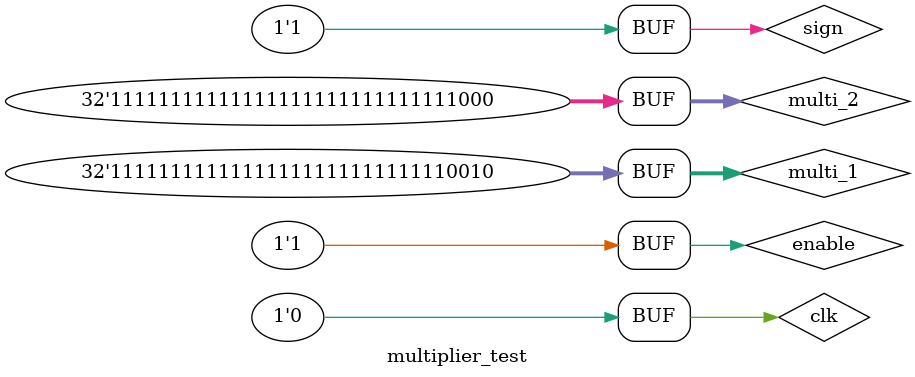
<source format=v>
`include "multiplier.v"
module multiplier_test();
   reg         clk, sign, enable;
   reg  [31:0] multi_1, multi_2;
   wire [63:0] product;
   wire        multready;
  
  // instantiate device to be tested
  multiplier DUT(clk, sign, enable, multi_1, multi_2, product, multready);

  // generate clock to sequence tests
 always begin
    clk <= 1;
    #5;
    clk <= 0;
    # 5;
  end

  // check results
  initial begin
    // Initialize
    multi_1 <= 32'b0;
    multi_2 <= 32'b0;
    enable  <= 1'b0;
    sign    <= 1'b0;
    clk     <= 1'b0;

    // Test Cases
    enable <= 1'b0;
    #10;
    enable <= 1'b1;
    multi_1 <= 32'd3;
    multi_2 <= 32'd2;
    sign <= 1'b0;
    #320;

    // pos * zero
    enable <= 1'b0;
    #10;
    enable <= 1'b1;
    multi_1 <= 32'd0;
    multi_2 <= 32'd80;
    sign <= 1'b1;
    #320;

    // neg * zero
    enable <= 1'b0;
    #10;
    enable <= 1'b1;
    multi_1 <= 32'hffffffff;
    multi_2 <= 32'd0;
    sign <= 1'b1;
    #320;

    // neg * pos
    enable <= 1'b0;
    #10;
    enable <= 1'b1;
    multi_1 <= 32'hfffffff8;
    multi_2 <= 32'd2;
    sign <= 1'b1;
    #320;

    // pos * neg
    enable <= 1'b0;
    #10;
    enable <= 1'b1;
    multi_2 <= 32'hfffffff8;
    multi_1 <= 32'd2;
    sign <= 1'b1;
    #320;

    // neg * neg
    enable <= 1'b0;
    #10;
    enable <= 1'b1;
    multi_2 <= 32'hfffffff8;
    multi_1 <= 32'hfffffff2;
    sign <= 1'b1;
    #320;

  end

endmodule

</source>
